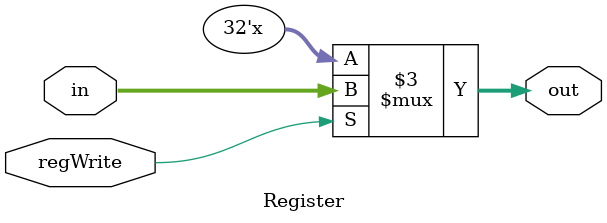
<source format=v>

module Register(in, regWrite, out);
    input [31:0] in;			// Input Data
    input regWrite;				// Write Signal
    output [31:0] out;			// Output Data

    reg [31:0] data;			// Register reserved for holding data
    reg [31:0] out;		
    
    always @(in or regWrite)
    begin
		if (regWrite)			// If regWrite, set register data equal to input
		begin
    		data <= in;
    		out <= in;
    	end
    	else					// Else, output saved register data
    		out <= data;
    end
endmodule

</source>
